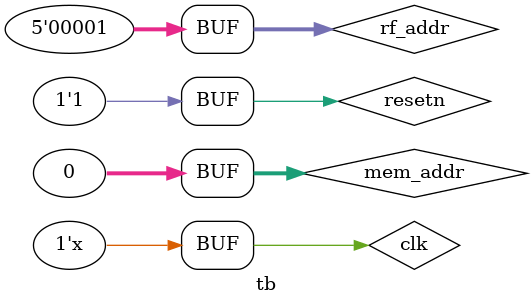
<source format=v>
`timescale 1ns / 1ps


module tb;

    // Inputs
    reg clk;
    reg resetn;
    reg [4:0] rf_addr;
    reg [31:0] mem_addr;

    // Outputs
    wire [31:0] rf_data;
    wire [31:0] mem_data;
    wire [31:0] IF_pc;
    wire [31:0] IF_inst;
    wire [31:0] ID_pc;
    wire [31:0] EXE_pc;
    wire [31:0] MEM_pc;
    wire [31:0] WB_pc;
    wire [31:0] cpu_5_valid;

    // Instantiate the Unit Under Test (UUT)
    pipeline_cpu uut (
        .clk(clk), 
        .resetn(resetn), 
        .rf_addr(rf_addr), 
        .mem_addr(mem_addr), 
        .rf_data(rf_data), 
        .mem_data(mem_data), 
        .IF_pc(IF_pc), 
        .IF_inst(IF_inst), 
        .ID_pc(ID_pc), 
        .EXE_pc(EXE_pc), 
        .MEM_pc(MEM_pc), 
        .WB_pc(WB_pc), 
        .cpu_5_valid(cpu_5_valid)
    );

    initial begin
        // Initialize Inputs
        clk = 0;
        resetn = 0;
        rf_addr = 32'd1;
        mem_addr = 0;

        // Wait 100 ns for global reset to finish
        #100;
      resetn = 1;
        // Add stimulus here
    end
   always #5 clk=~clk;
endmodule

</source>
